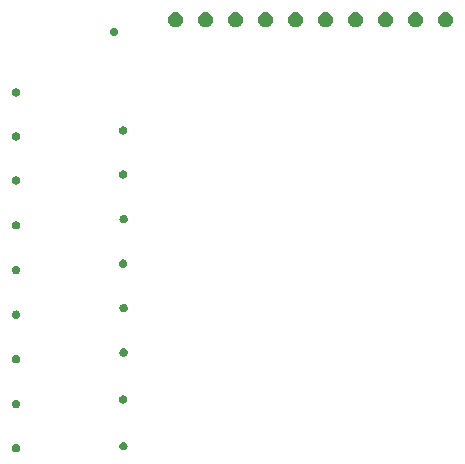
<source format=gts>
G04 This is an RS-274x file exported by *
G04 gerbv version 2.6.2 *
G04 More information is available about gerbv at *
G04 http://gerbv.geda-project.org/ *
G04 --End of header info--*
%MOIN*%
%FSLAX34Y34*%
%IPPOS*%
G04 --Define apertures--*
%ADD10C,0.0059*%
G04 --Start main section--*
G54D10*
G36*
G01X0001960Y0002175D02*
G01X0001985Y0002165D01*
G01X0002008Y0002150D01*
G01X0002028Y0002130D01*
G01X0002043Y0002108D01*
G01X0002053Y0002082D01*
G01X0002059Y0002056D01*
G01X0002059Y0002028D01*
G01X0002053Y0002001D01*
G01X0002043Y0001976D01*
G01X0002028Y0001953D01*
G01X0002008Y0001934D01*
G01X0001985Y0001919D01*
G01X0001960Y0001908D01*
G01X0001933Y0001903D01*
G01X0001906Y0001903D01*
G01X0001879Y0001908D01*
G01X0001854Y0001919D01*
G01X0001831Y0001934D01*
G01X0001812Y0001953D01*
G01X0001797Y0001976D01*
G01X0001786Y0002001D01*
G01X0001781Y0002028D01*
G01X0001781Y0002056D01*
G01X0001786Y0002082D01*
G01X0001797Y0002108D01*
G01X0001812Y0002130D01*
G01X0001831Y0002150D01*
G01X0001854Y0002165D01*
G01X0001879Y0002175D01*
G01X0001906Y0002181D01*
G01X0001933Y0002181D01*
G01X0001960Y0002175D01*
G01X0001960Y0002175D01*
G37*
G36*
G01X0005539Y0002231D02*
G01X0005564Y0002220D01*
G01X0005587Y0002205D01*
G01X0005606Y0002186D01*
G01X0005621Y0002163D01*
G01X0005631Y0002138D01*
G01X0005637Y0002111D01*
G01X0005637Y0002084D01*
G01X0005631Y0002057D01*
G01X0005621Y0002031D01*
G01X0005606Y0002009D01*
G01X0005587Y0001989D01*
G01X0005564Y0001974D01*
G01X0005539Y0001964D01*
G01X0005512Y0001958D01*
G01X0005484Y0001958D01*
G01X0005458Y0001964D01*
G01X0005432Y0001974D01*
G01X0005410Y0001989D01*
G01X0005390Y0002009D01*
G01X0005375Y0002031D01*
G01X0005365Y0002057D01*
G01X0005359Y0002084D01*
G01X0005359Y0002111D01*
G01X0005365Y0002138D01*
G01X0005375Y0002163D01*
G01X0005390Y0002186D01*
G01X0005410Y0002205D01*
G01X0005432Y0002220D01*
G01X0005458Y0002231D01*
G01X0005484Y0002236D01*
G01X0005512Y0002236D01*
G01X0005539Y0002231D01*
G01X0005539Y0002231D01*
G37*
G36*
G01X0001960Y0003643D02*
G01X0001985Y0003633D01*
G01X0002008Y0003618D01*
G01X0002028Y0003598D01*
G01X0002043Y0003576D01*
G01X0002053Y0003550D01*
G01X0002059Y0003524D01*
G01X0002059Y0003496D01*
G01X0002053Y0003469D01*
G01X0002043Y0003444D01*
G01X0002028Y0003422D01*
G01X0002008Y0003402D01*
G01X0001985Y0003387D01*
G01X0001960Y0003377D01*
G01X0001933Y0003371D01*
G01X0001906Y0003371D01*
G01X0001879Y0003377D01*
G01X0001854Y0003387D01*
G01X0001831Y0003402D01*
G01X0001812Y0003422D01*
G01X0001797Y0003444D01*
G01X0001786Y0003469D01*
G01X0001781Y0003496D01*
G01X0001781Y0003524D01*
G01X0001786Y0003550D01*
G01X0001797Y0003576D01*
G01X0001812Y0003598D01*
G01X0001831Y0003618D01*
G01X0001854Y0003633D01*
G01X0001879Y0003643D01*
G01X0001906Y0003649D01*
G01X0001933Y0003649D01*
G01X0001960Y0003643D01*
G01X0001960Y0003643D01*
G37*
G36*
G01X0005529Y0003793D02*
G01X0005554Y0003783D01*
G01X0005577Y0003767D01*
G01X0005596Y0003748D01*
G01X0005611Y0003725D01*
G01X0005622Y0003700D01*
G01X0005627Y0003673D01*
G01X0005627Y0003646D01*
G01X0005622Y0003619D01*
G01X0005611Y0003594D01*
G01X0005596Y0003571D01*
G01X0005577Y0003552D01*
G01X0005554Y0003537D01*
G01X0005529Y0003526D01*
G01X0005502Y0003521D01*
G01X0005475Y0003521D01*
G01X0005448Y0003526D01*
G01X0005423Y0003537D01*
G01X0005400Y0003552D01*
G01X0005381Y0003571D01*
G01X0005365Y0003594D01*
G01X0005355Y0003619D01*
G01X0005350Y0003646D01*
G01X0005350Y0003673D01*
G01X0005355Y0003700D01*
G01X0005365Y0003725D01*
G01X0005381Y0003748D01*
G01X0005400Y0003767D01*
G01X0005423Y0003783D01*
G01X0005448Y0003793D01*
G01X0005475Y0003798D01*
G01X0005502Y0003798D01*
G01X0005529Y0003793D01*
G01X0005529Y0003793D01*
G37*
G36*
G01X0001960Y0005134D02*
G01X0001985Y0005124D01*
G01X0002008Y0005109D01*
G01X0002028Y0005089D01*
G01X0002043Y0005067D01*
G01X0002053Y0005041D01*
G01X0002059Y0005014D01*
G01X0002059Y0004987D01*
G01X0002053Y0004960D01*
G01X0002043Y0004935D01*
G01X0002028Y0004912D01*
G01X0002008Y0004893D01*
G01X0001985Y0004878D01*
G01X0001960Y0004867D01*
G01X0001933Y0004862D01*
G01X0001906Y0004862D01*
G01X0001879Y0004867D01*
G01X0001854Y0004878D01*
G01X0001831Y0004893D01*
G01X0001812Y0004912D01*
G01X0001797Y0004935D01*
G01X0001786Y0004960D01*
G01X0001781Y0004987D01*
G01X0001781Y0005014D01*
G01X0001786Y0005041D01*
G01X0001797Y0005067D01*
G01X0001812Y0005089D01*
G01X0001831Y0005109D01*
G01X0001854Y0005124D01*
G01X0001879Y0005134D01*
G01X0001906Y0005140D01*
G01X0001933Y0005140D01*
G01X0001960Y0005134D01*
G01X0001960Y0005134D01*
G37*
G36*
G01X0005544Y0005359D02*
G01X0005569Y0005349D01*
G01X0005592Y0005334D01*
G01X0005611Y0005314D01*
G01X0005626Y0005292D01*
G01X0005637Y0005266D01*
G01X0005642Y0005240D01*
G01X0005642Y0005212D01*
G01X0005637Y0005186D01*
G01X0005626Y0005160D01*
G01X0005611Y0005138D01*
G01X0005592Y0005118D01*
G01X0005569Y0005103D01*
G01X0005544Y0005093D01*
G01X0005517Y0005087D01*
G01X0005490Y0005087D01*
G01X0005463Y0005093D01*
G01X0005438Y0005103D01*
G01X0005415Y0005118D01*
G01X0005396Y0005138D01*
G01X0005380Y0005160D01*
G01X0005370Y0005186D01*
G01X0005365Y0005212D01*
G01X0005365Y0005240D01*
G01X0005370Y0005266D01*
G01X0005380Y0005292D01*
G01X0005396Y0005314D01*
G01X0005415Y0005334D01*
G01X0005438Y0005349D01*
G01X0005463Y0005359D01*
G01X0005490Y0005365D01*
G01X0005517Y0005365D01*
G01X0005544Y0005359D01*
G01X0005544Y0005359D01*
G37*
G36*
G01X0001960Y0006620D02*
G01X0001985Y0006610D01*
G01X0002008Y0006595D01*
G01X0002028Y0006575D01*
G01X0002043Y0006553D01*
G01X0002053Y0006527D01*
G01X0002059Y0006501D01*
G01X0002059Y0006473D01*
G01X0002053Y0006446D01*
G01X0002043Y0006421D01*
G01X0002028Y0006398D01*
G01X0002008Y0006379D01*
G01X0001985Y0006364D01*
G01X0001960Y0006353D01*
G01X0001933Y0006348D01*
G01X0001906Y0006348D01*
G01X0001879Y0006353D01*
G01X0001854Y0006364D01*
G01X0001831Y0006379D01*
G01X0001812Y0006398D01*
G01X0001797Y0006421D01*
G01X0001786Y0006446D01*
G01X0001781Y0006473D01*
G01X0001781Y0006501D01*
G01X0001786Y0006527D01*
G01X0001797Y0006553D01*
G01X0001812Y0006575D01*
G01X0001831Y0006595D01*
G01X0001854Y0006610D01*
G01X0001879Y0006620D01*
G01X0001906Y0006626D01*
G01X0001933Y0006626D01*
G01X0001960Y0006620D01*
G01X0001960Y0006620D01*
G37*
G36*
G01X0005540Y0006843D02*
G01X0005566Y0006832D01*
G01X0005588Y0006817D01*
G01X0005608Y0006798D01*
G01X0005623Y0006775D01*
G01X0005633Y0006750D01*
G01X0005639Y0006723D01*
G01X0005639Y0006696D01*
G01X0005633Y0006669D01*
G01X0005623Y0006644D01*
G01X0005608Y0006621D01*
G01X0005588Y0006602D01*
G01X0005566Y0006587D01*
G01X0005540Y0006576D01*
G01X0005514Y0006571D01*
G01X0005486Y0006571D01*
G01X0005459Y0006576D01*
G01X0005434Y0006587D01*
G01X0005411Y0006602D01*
G01X0005392Y0006621D01*
G01X0005377Y0006644D01*
G01X0005366Y0006669D01*
G01X0005361Y0006696D01*
G01X0005361Y0006723D01*
G01X0005366Y0006750D01*
G01X0005377Y0006775D01*
G01X0005392Y0006798D01*
G01X0005411Y0006817D01*
G01X0005434Y0006832D01*
G01X0005459Y0006843D01*
G01X0005486Y0006848D01*
G01X0005514Y0006848D01*
G01X0005540Y0006843D01*
G01X0005540Y0006843D01*
G37*
G36*
G01X0001960Y0008111D02*
G01X0001985Y0008101D01*
G01X0002008Y0008085D01*
G01X0002028Y0008066D01*
G01X0002043Y0008043D01*
G01X0002053Y0008018D01*
G01X0002059Y0007991D01*
G01X0002059Y0007964D01*
G01X0002053Y0007937D01*
G01X0002043Y0007912D01*
G01X0002028Y0007889D01*
G01X0002008Y0007870D01*
G01X0001985Y0007855D01*
G01X0001960Y0007844D01*
G01X0001933Y0007839D01*
G01X0001906Y0007839D01*
G01X0001879Y0007844D01*
G01X0001854Y0007855D01*
G01X0001831Y0007870D01*
G01X0001812Y0007889D01*
G01X0001797Y0007912D01*
G01X0001786Y0007937D01*
G01X0001781Y0007964D01*
G01X0001781Y0007991D01*
G01X0001786Y0008018D01*
G01X0001797Y0008043D01*
G01X0001812Y0008066D01*
G01X0001831Y0008085D01*
G01X0001854Y0008101D01*
G01X0001879Y0008111D01*
G01X0001906Y0008116D01*
G01X0001933Y0008116D01*
G01X0001960Y0008111D01*
G01X0001960Y0008111D01*
G37*
G36*
G01X0005529Y0008322D02*
G01X0005554Y0008311D01*
G01X0005577Y0008296D01*
G01X0005596Y0008277D01*
G01X0005611Y0008254D01*
G01X0005622Y0008229D01*
G01X0005627Y0008202D01*
G01X0005627Y0008175D01*
G01X0005622Y0008148D01*
G01X0005611Y0008123D01*
G01X0005596Y0008100D01*
G01X0005577Y0008081D01*
G01X0005554Y0008065D01*
G01X0005529Y0008055D01*
G01X0005502Y0008050D01*
G01X0005475Y0008050D01*
G01X0005448Y0008055D01*
G01X0005423Y0008065D01*
G01X0005400Y0008081D01*
G01X0005381Y0008100D01*
G01X0005365Y0008123D01*
G01X0005355Y0008148D01*
G01X0005350Y0008175D01*
G01X0005350Y0008202D01*
G01X0005355Y0008229D01*
G01X0005365Y0008254D01*
G01X0005381Y0008277D01*
G01X0005400Y0008296D01*
G01X0005423Y0008311D01*
G01X0005448Y0008322D01*
G01X0005475Y0008327D01*
G01X0005502Y0008327D01*
G01X0005529Y0008322D01*
G01X0005529Y0008322D01*
G37*
G36*
G01X0001960Y0009599D02*
G01X0001985Y0009588D01*
G01X0002008Y0009573D01*
G01X0002028Y0009554D01*
G01X0002043Y0009531D01*
G01X0002053Y0009506D01*
G01X0002059Y0009479D01*
G01X0002059Y0009452D01*
G01X0002053Y0009425D01*
G01X0002043Y0009400D01*
G01X0002028Y0009377D01*
G01X0002008Y0009358D01*
G01X0001985Y0009342D01*
G01X0001960Y0009332D01*
G01X0001933Y0009327D01*
G01X0001906Y0009327D01*
G01X0001879Y0009332D01*
G01X0001854Y0009342D01*
G01X0001831Y0009358D01*
G01X0001812Y0009377D01*
G01X0001797Y0009400D01*
G01X0001786Y0009425D01*
G01X0001781Y0009452D01*
G01X0001781Y0009479D01*
G01X0001786Y0009506D01*
G01X0001797Y0009531D01*
G01X0001812Y0009554D01*
G01X0001831Y0009573D01*
G01X0001854Y0009588D01*
G01X0001879Y0009599D01*
G01X0001906Y0009604D01*
G01X0001933Y0009604D01*
G01X0001960Y0009599D01*
G01X0001960Y0009599D01*
G37*
G36*
G01X0005542Y0009802D02*
G01X0005567Y0009791D01*
G01X0005589Y0009776D01*
G01X0005609Y0009757D01*
G01X0005624Y0009734D01*
G01X0005634Y0009709D01*
G01X0005640Y0009682D01*
G01X0005640Y0009655D01*
G01X0005634Y0009628D01*
G01X0005624Y0009603D01*
G01X0005609Y0009580D01*
G01X0005589Y0009561D01*
G01X0005567Y0009545D01*
G01X0005542Y0009535D01*
G01X0005515Y0009530D01*
G01X0005487Y0009530D01*
G01X0005461Y0009535D01*
G01X0005435Y0009545D01*
G01X0005413Y0009561D01*
G01X0005393Y0009580D01*
G01X0005378Y0009603D01*
G01X0005368Y0009628D01*
G01X0005362Y0009655D01*
G01X0005362Y0009682D01*
G01X0005368Y0009709D01*
G01X0005378Y0009734D01*
G01X0005393Y0009757D01*
G01X0005413Y0009776D01*
G01X0005435Y0009791D01*
G01X0005461Y0009802D01*
G01X0005487Y0009807D01*
G01X0005515Y0009807D01*
G01X0005542Y0009802D01*
G01X0005542Y0009802D01*
G37*
G36*
G01X0001960Y0011091D02*
G01X0001985Y0011081D01*
G01X0002008Y0011066D01*
G01X0002028Y0011046D01*
G01X0002043Y0011024D01*
G01X0002053Y0010998D01*
G01X0002059Y0010972D01*
G01X0002059Y0010944D01*
G01X0002053Y0010917D01*
G01X0002043Y0010892D01*
G01X0002028Y0010869D01*
G01X0002008Y0010850D01*
G01X0001985Y0010835D01*
G01X0001960Y0010824D01*
G01X0001933Y0010819D01*
G01X0001906Y0010819D01*
G01X0001879Y0010824D01*
G01X0001854Y0010835D01*
G01X0001831Y0010850D01*
G01X0001812Y0010869D01*
G01X0001797Y0010892D01*
G01X0001786Y0010917D01*
G01X0001781Y0010944D01*
G01X0001781Y0010972D01*
G01X0001786Y0010998D01*
G01X0001797Y0011024D01*
G01X0001812Y0011046D01*
G01X0001831Y0011066D01*
G01X0001854Y0011081D01*
G01X0001879Y0011091D01*
G01X0001906Y0011097D01*
G01X0001933Y0011097D01*
G01X0001960Y0011091D01*
G01X0001960Y0011091D01*
G37*
G36*
G01X0005529Y0011290D02*
G01X0005554Y0011279D01*
G01X0005577Y0011264D01*
G01X0005596Y0011245D01*
G01X0005611Y0011222D01*
G01X0005622Y0011197D01*
G01X0005627Y0011170D01*
G01X0005627Y0011143D01*
G01X0005622Y0011116D01*
G01X0005611Y0011091D01*
G01X0005596Y0011068D01*
G01X0005577Y0011049D01*
G01X0005554Y0011034D01*
G01X0005529Y0011023D01*
G01X0005502Y0011018D01*
G01X0005475Y0011018D01*
G01X0005448Y0011023D01*
G01X0005423Y0011034D01*
G01X0005400Y0011049D01*
G01X0005381Y0011068D01*
G01X0005365Y0011091D01*
G01X0005355Y0011116D01*
G01X0005350Y0011143D01*
G01X0005350Y0011170D01*
G01X0005355Y0011197D01*
G01X0005365Y0011222D01*
G01X0005381Y0011245D01*
G01X0005400Y0011264D01*
G01X0005423Y0011279D01*
G01X0005448Y0011290D01*
G01X0005475Y0011295D01*
G01X0005502Y0011295D01*
G01X0005529Y0011290D01*
G01X0005529Y0011290D01*
G37*
G36*
G01X0001960Y0012557D02*
G01X0001985Y0012547D01*
G01X0002008Y0012532D01*
G01X0002028Y0012512D01*
G01X0002043Y0012490D01*
G01X0002053Y0012464D01*
G01X0002059Y0012438D01*
G01X0002059Y0012410D01*
G01X0002053Y0012383D01*
G01X0002043Y0012358D01*
G01X0002028Y0012336D01*
G01X0002008Y0012316D01*
G01X0001985Y0012301D01*
G01X0001960Y0012291D01*
G01X0001933Y0012285D01*
G01X0001906Y0012285D01*
G01X0001879Y0012291D01*
G01X0001854Y0012301D01*
G01X0001831Y0012316D01*
G01X0001812Y0012336D01*
G01X0001797Y0012358D01*
G01X0001786Y0012383D01*
G01X0001781Y0012410D01*
G01X0001781Y0012438D01*
G01X0001786Y0012464D01*
G01X0001797Y0012490D01*
G01X0001812Y0012512D01*
G01X0001831Y0012532D01*
G01X0001854Y0012547D01*
G01X0001879Y0012557D01*
G01X0001906Y0012563D01*
G01X0001933Y0012563D01*
G01X0001960Y0012557D01*
G01X0001960Y0012557D01*
G37*
G36*
G01X0005529Y0012757D02*
G01X0005554Y0012746D01*
G01X0005577Y0012731D01*
G01X0005596Y0012712D01*
G01X0005611Y0012689D01*
G01X0005622Y0012664D01*
G01X0005627Y0012637D01*
G01X0005627Y0012610D01*
G01X0005622Y0012583D01*
G01X0005611Y0012558D01*
G01X0005596Y0012535D01*
G01X0005577Y0012516D01*
G01X0005554Y0012500D01*
G01X0005529Y0012490D01*
G01X0005502Y0012485D01*
G01X0005475Y0012485D01*
G01X0005448Y0012490D01*
G01X0005423Y0012500D01*
G01X0005400Y0012516D01*
G01X0005381Y0012535D01*
G01X0005365Y0012558D01*
G01X0005355Y0012583D01*
G01X0005350Y0012610D01*
G01X0005350Y0012637D01*
G01X0005355Y0012664D01*
G01X0005365Y0012689D01*
G01X0005381Y0012712D01*
G01X0005400Y0012731D01*
G01X0005423Y0012746D01*
G01X0005448Y0012757D01*
G01X0005475Y0012762D01*
G01X0005502Y0012762D01*
G01X0005529Y0012757D01*
G01X0005529Y0012757D01*
G37*
G36*
G01X0001960Y0014027D02*
G01X0001985Y0014016D01*
G01X0002008Y0014001D01*
G01X0002028Y0013982D01*
G01X0002043Y0013959D01*
G01X0002053Y0013934D01*
G01X0002059Y0013907D01*
G01X0002059Y0013880D01*
G01X0002053Y0013853D01*
G01X0002043Y0013828D01*
G01X0002028Y0013805D01*
G01X0002008Y0013786D01*
G01X0001985Y0013770D01*
G01X0001960Y0013760D01*
G01X0001933Y0013755D01*
G01X0001906Y0013755D01*
G01X0001879Y0013760D01*
G01X0001854Y0013770D01*
G01X0001831Y0013786D01*
G01X0001812Y0013805D01*
G01X0001797Y0013828D01*
G01X0001786Y0013853D01*
G01X0001781Y0013880D01*
G01X0001781Y0013907D01*
G01X0001786Y0013934D01*
G01X0001797Y0013959D01*
G01X0001812Y0013982D01*
G01X0001831Y0014001D01*
G01X0001854Y0014016D01*
G01X0001879Y0014027D01*
G01X0001906Y0014032D01*
G01X0001933Y0014032D01*
G01X0001960Y0014027D01*
G01X0001960Y0014027D01*
G37*
G36*
G01X0005227Y0016045D02*
G01X0005252Y0016035D01*
G01X0005275Y0016020D01*
G01X0005294Y0016000D01*
G01X0005310Y0015978D01*
G01X0005320Y0015952D01*
G01X0005325Y0015926D01*
G01X0005325Y0015898D01*
G01X0005320Y0015871D01*
G01X0005310Y0015846D01*
G01X0005294Y0015823D01*
G01X0005275Y0015804D01*
G01X0005252Y0015789D01*
G01X0005227Y0015779D01*
G01X0005200Y0015773D01*
G01X0005173Y0015773D01*
G01X0005146Y0015779D01*
G01X0005121Y0015789D01*
G01X0005098Y0015804D01*
G01X0005079Y0015823D01*
G01X0005064Y0015846D01*
G01X0005053Y0015871D01*
G01X0005048Y0015898D01*
G01X0005048Y0015926D01*
G01X0005053Y0015952D01*
G01X0005064Y0015978D01*
G01X0005079Y0016000D01*
G01X0005098Y0016020D01*
G01X0005121Y0016035D01*
G01X0005146Y0016045D01*
G01X0005173Y0016051D01*
G01X0005200Y0016051D01*
G01X0005227Y0016045D01*
G01X0005227Y0016045D01*
G37*
G36*
G01X0010306Y0016559D02*
G01X0010352Y0016540D01*
G01X0010393Y0016512D01*
G01X0010429Y0016477D01*
G01X0010456Y0016435D01*
G01X0010476Y0016389D01*
G01X0010485Y0016340D01*
G01X0010485Y0016290D01*
G01X0010476Y0016241D01*
G01X0010456Y0016195D01*
G01X0010429Y0016153D01*
G01X0010393Y0016118D01*
G01X0010352Y0016090D01*
G01X0010306Y0016071D01*
G01X0010257Y0016061D01*
G01X0010207Y0016061D01*
G01X0010158Y0016071D01*
G01X0010111Y0016090D01*
G01X0010070Y0016118D01*
G01X0010035Y0016153D01*
G01X0010007Y0016195D01*
G01X0009988Y0016241D01*
G01X0009978Y0016290D01*
G01X0009978Y0016340D01*
G01X0009988Y0016389D01*
G01X0010007Y0016435D01*
G01X0010035Y0016477D01*
G01X0010070Y0016512D01*
G01X0010111Y0016540D01*
G01X0010158Y0016559D01*
G01X0010207Y0016569D01*
G01X0010257Y0016569D01*
G01X0010306Y0016559D01*
G01X0010306Y0016559D01*
G37*
G36*
G01X0009306Y0016559D02*
G01X0009352Y0016540D01*
G01X0009393Y0016512D01*
G01X0009429Y0016477D01*
G01X0009456Y0016435D01*
G01X0009476Y0016389D01*
G01X0009485Y0016340D01*
G01X0009485Y0016290D01*
G01X0009476Y0016241D01*
G01X0009456Y0016195D01*
G01X0009429Y0016153D01*
G01X0009393Y0016118D01*
G01X0009352Y0016090D01*
G01X0009306Y0016071D01*
G01X0009257Y0016061D01*
G01X0009207Y0016061D01*
G01X0009158Y0016071D01*
G01X0009111Y0016090D01*
G01X0009070Y0016118D01*
G01X0009035Y0016153D01*
G01X0009007Y0016195D01*
G01X0008988Y0016241D01*
G01X0008978Y0016290D01*
G01X0008978Y0016340D01*
G01X0008988Y0016389D01*
G01X0009007Y0016435D01*
G01X0009035Y0016477D01*
G01X0009070Y0016512D01*
G01X0009111Y0016540D01*
G01X0009158Y0016559D01*
G01X0009207Y0016569D01*
G01X0009257Y0016569D01*
G01X0009306Y0016559D01*
G01X0009306Y0016559D01*
G37*
G36*
G01X0014306Y0016559D02*
G01X0014352Y0016540D01*
G01X0014393Y0016512D01*
G01X0014429Y0016477D01*
G01X0014456Y0016435D01*
G01X0014476Y0016389D01*
G01X0014485Y0016340D01*
G01X0014485Y0016290D01*
G01X0014476Y0016241D01*
G01X0014456Y0016195D01*
G01X0014429Y0016153D01*
G01X0014393Y0016118D01*
G01X0014352Y0016090D01*
G01X0014306Y0016071D01*
G01X0014257Y0016061D01*
G01X0014207Y0016061D01*
G01X0014158Y0016071D01*
G01X0014111Y0016090D01*
G01X0014070Y0016118D01*
G01X0014035Y0016153D01*
G01X0014007Y0016195D01*
G01X0013988Y0016241D01*
G01X0013978Y0016290D01*
G01X0013978Y0016340D01*
G01X0013988Y0016389D01*
G01X0014007Y0016435D01*
G01X0014035Y0016477D01*
G01X0014070Y0016512D01*
G01X0014111Y0016540D01*
G01X0014158Y0016559D01*
G01X0014207Y0016569D01*
G01X0014257Y0016569D01*
G01X0014306Y0016559D01*
G01X0014306Y0016559D01*
G37*
G36*
G01X0011306Y0016559D02*
G01X0011352Y0016540D01*
G01X0011393Y0016512D01*
G01X0011429Y0016477D01*
G01X0011456Y0016435D01*
G01X0011476Y0016389D01*
G01X0011485Y0016340D01*
G01X0011485Y0016290D01*
G01X0011476Y0016241D01*
G01X0011456Y0016195D01*
G01X0011429Y0016153D01*
G01X0011393Y0016118D01*
G01X0011352Y0016090D01*
G01X0011306Y0016071D01*
G01X0011257Y0016061D01*
G01X0011207Y0016061D01*
G01X0011158Y0016071D01*
G01X0011111Y0016090D01*
G01X0011070Y0016118D01*
G01X0011035Y0016153D01*
G01X0011007Y0016195D01*
G01X0010988Y0016241D01*
G01X0010978Y0016290D01*
G01X0010978Y0016340D01*
G01X0010988Y0016389D01*
G01X0011007Y0016435D01*
G01X0011035Y0016477D01*
G01X0011070Y0016512D01*
G01X0011111Y0016540D01*
G01X0011158Y0016559D01*
G01X0011207Y0016569D01*
G01X0011257Y0016569D01*
G01X0011306Y0016559D01*
G01X0011306Y0016559D01*
G37*
G36*
G01X0012306Y0016559D02*
G01X0012352Y0016540D01*
G01X0012393Y0016512D01*
G01X0012429Y0016477D01*
G01X0012456Y0016435D01*
G01X0012476Y0016389D01*
G01X0012485Y0016340D01*
G01X0012485Y0016290D01*
G01X0012476Y0016241D01*
G01X0012456Y0016195D01*
G01X0012429Y0016153D01*
G01X0012393Y0016118D01*
G01X0012352Y0016090D01*
G01X0012306Y0016071D01*
G01X0012257Y0016061D01*
G01X0012207Y0016061D01*
G01X0012158Y0016071D01*
G01X0012111Y0016090D01*
G01X0012070Y0016118D01*
G01X0012035Y0016153D01*
G01X0012007Y0016195D01*
G01X0011988Y0016241D01*
G01X0011978Y0016290D01*
G01X0011978Y0016340D01*
G01X0011988Y0016389D01*
G01X0012007Y0016435D01*
G01X0012035Y0016477D01*
G01X0012070Y0016512D01*
G01X0012111Y0016540D01*
G01X0012158Y0016559D01*
G01X0012207Y0016569D01*
G01X0012257Y0016569D01*
G01X0012306Y0016559D01*
G01X0012306Y0016559D01*
G37*
G36*
G01X0013306Y0016559D02*
G01X0013352Y0016540D01*
G01X0013393Y0016512D01*
G01X0013429Y0016477D01*
G01X0013456Y0016435D01*
G01X0013476Y0016389D01*
G01X0013485Y0016340D01*
G01X0013485Y0016290D01*
G01X0013476Y0016241D01*
G01X0013456Y0016195D01*
G01X0013429Y0016153D01*
G01X0013393Y0016118D01*
G01X0013352Y0016090D01*
G01X0013306Y0016071D01*
G01X0013257Y0016061D01*
G01X0013207Y0016061D01*
G01X0013158Y0016071D01*
G01X0013111Y0016090D01*
G01X0013070Y0016118D01*
G01X0013035Y0016153D01*
G01X0013007Y0016195D01*
G01X0012988Y0016241D01*
G01X0012978Y0016290D01*
G01X0012978Y0016340D01*
G01X0012988Y0016389D01*
G01X0013007Y0016435D01*
G01X0013035Y0016477D01*
G01X0013070Y0016512D01*
G01X0013111Y0016540D01*
G01X0013158Y0016559D01*
G01X0013207Y0016569D01*
G01X0013257Y0016569D01*
G01X0013306Y0016559D01*
G01X0013306Y0016559D01*
G37*
G36*
G01X0007306Y0016559D02*
G01X0007352Y0016540D01*
G01X0007393Y0016512D01*
G01X0007429Y0016477D01*
G01X0007456Y0016435D01*
G01X0007476Y0016389D01*
G01X0007485Y0016340D01*
G01X0007485Y0016290D01*
G01X0007476Y0016241D01*
G01X0007456Y0016195D01*
G01X0007429Y0016153D01*
G01X0007393Y0016118D01*
G01X0007352Y0016090D01*
G01X0007306Y0016071D01*
G01X0007257Y0016061D01*
G01X0007207Y0016061D01*
G01X0007158Y0016071D01*
G01X0007111Y0016090D01*
G01X0007070Y0016118D01*
G01X0007035Y0016153D01*
G01X0007007Y0016195D01*
G01X0006988Y0016241D01*
G01X0006978Y0016290D01*
G01X0006978Y0016340D01*
G01X0006988Y0016389D01*
G01X0007007Y0016435D01*
G01X0007035Y0016477D01*
G01X0007070Y0016512D01*
G01X0007111Y0016540D01*
G01X0007158Y0016559D01*
G01X0007207Y0016569D01*
G01X0007257Y0016569D01*
G01X0007306Y0016559D01*
G01X0007306Y0016559D01*
G37*
G36*
G01X0008306Y0016559D02*
G01X0008352Y0016540D01*
G01X0008393Y0016512D01*
G01X0008429Y0016477D01*
G01X0008456Y0016435D01*
G01X0008476Y0016389D01*
G01X0008485Y0016340D01*
G01X0008485Y0016290D01*
G01X0008476Y0016241D01*
G01X0008456Y0016195D01*
G01X0008429Y0016153D01*
G01X0008393Y0016118D01*
G01X0008352Y0016090D01*
G01X0008306Y0016071D01*
G01X0008257Y0016061D01*
G01X0008207Y0016061D01*
G01X0008158Y0016071D01*
G01X0008111Y0016090D01*
G01X0008070Y0016118D01*
G01X0008035Y0016153D01*
G01X0008007Y0016195D01*
G01X0007988Y0016241D01*
G01X0007978Y0016290D01*
G01X0007978Y0016340D01*
G01X0007988Y0016389D01*
G01X0008007Y0016435D01*
G01X0008035Y0016477D01*
G01X0008070Y0016512D01*
G01X0008111Y0016540D01*
G01X0008158Y0016559D01*
G01X0008207Y0016569D01*
G01X0008257Y0016569D01*
G01X0008306Y0016559D01*
G01X0008306Y0016559D01*
G37*
G36*
G01X0015306Y0016559D02*
G01X0015352Y0016540D01*
G01X0015393Y0016512D01*
G01X0015429Y0016477D01*
G01X0015456Y0016435D01*
G01X0015476Y0016389D01*
G01X0015485Y0016340D01*
G01X0015485Y0016290D01*
G01X0015476Y0016241D01*
G01X0015456Y0016195D01*
G01X0015429Y0016153D01*
G01X0015393Y0016118D01*
G01X0015352Y0016090D01*
G01X0015306Y0016071D01*
G01X0015257Y0016061D01*
G01X0015207Y0016061D01*
G01X0015158Y0016071D01*
G01X0015111Y0016090D01*
G01X0015070Y0016118D01*
G01X0015035Y0016153D01*
G01X0015007Y0016195D01*
G01X0014988Y0016241D01*
G01X0014978Y0016290D01*
G01X0014978Y0016340D01*
G01X0014988Y0016389D01*
G01X0015007Y0016435D01*
G01X0015035Y0016477D01*
G01X0015070Y0016512D01*
G01X0015111Y0016540D01*
G01X0015158Y0016559D01*
G01X0015207Y0016569D01*
G01X0015257Y0016569D01*
G01X0015306Y0016559D01*
G01X0015306Y0016559D01*
G37*
G36*
G01X0016306Y0016559D02*
G01X0016352Y0016540D01*
G01X0016393Y0016512D01*
G01X0016429Y0016477D01*
G01X0016456Y0016435D01*
G01X0016476Y0016389D01*
G01X0016485Y0016340D01*
G01X0016485Y0016290D01*
G01X0016476Y0016241D01*
G01X0016456Y0016195D01*
G01X0016429Y0016153D01*
G01X0016393Y0016118D01*
G01X0016352Y0016090D01*
G01X0016306Y0016071D01*
G01X0016257Y0016061D01*
G01X0016207Y0016061D01*
G01X0016158Y0016071D01*
G01X0016111Y0016090D01*
G01X0016070Y0016118D01*
G01X0016035Y0016153D01*
G01X0016007Y0016195D01*
G01X0015988Y0016241D01*
G01X0015978Y0016290D01*
G01X0015978Y0016340D01*
G01X0015988Y0016389D01*
G01X0016007Y0016435D01*
G01X0016035Y0016477D01*
G01X0016070Y0016512D01*
G01X0016111Y0016540D01*
G01X0016158Y0016559D01*
G01X0016207Y0016569D01*
G01X0016257Y0016569D01*
G01X0016306Y0016559D01*
G01X0016306Y0016559D01*
G37*
M02*

</source>
